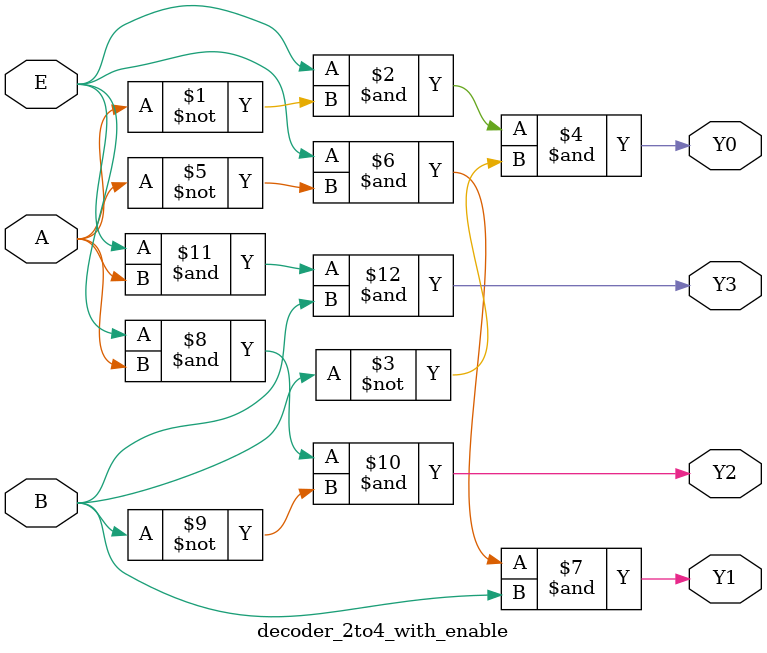
<source format=v>
module decoder_2to4_with_enable(
    input wire E, // Enable input
    input wire A,
    input wire B,
    output wire Y0,
    output wire Y1,
    output wire Y2,
    output wire Y3
);
    assign Y0 = E & ~A & ~B;
    assign Y1 = E & ~A & B;
    assign Y2 = E & A & ~B;
    assign Y3 = E & A & B;
endmodule

</source>
